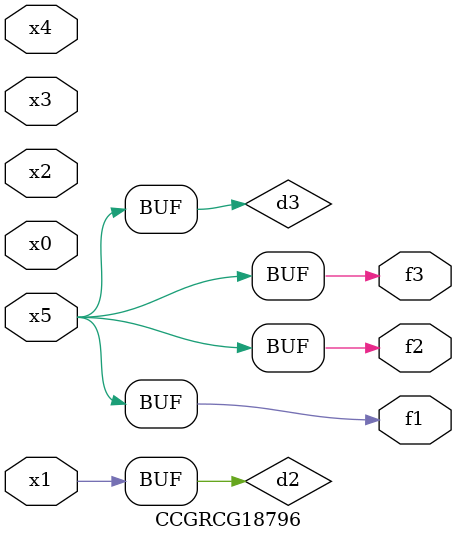
<source format=v>
module CCGRCG18796(
	input x0, x1, x2, x3, x4, x5,
	output f1, f2, f3
);

	wire d1, d2, d3;

	not (d1, x5);
	or (d2, x1);
	xnor (d3, d1);
	assign f1 = d3;
	assign f2 = d3;
	assign f3 = d3;
endmodule

</source>
